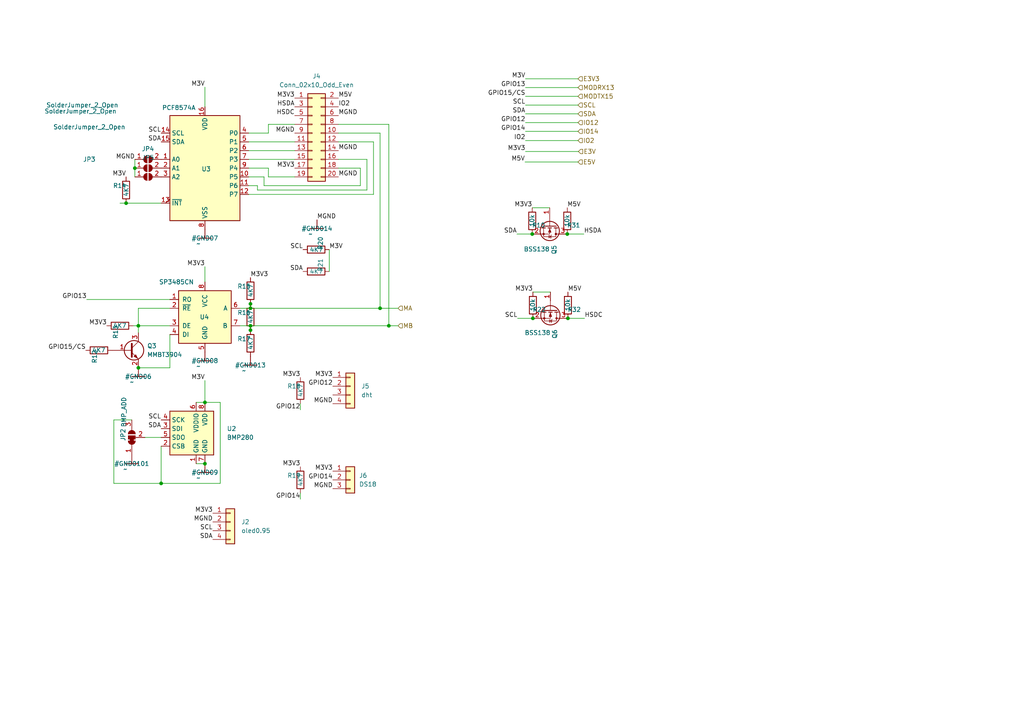
<source format=kicad_sch>
(kicad_sch (version 20211123) (generator eeschema)
  (paper "A4")
  (lib_symbols
    (symbol "CPU_ESPID12-eagle-import:GND" (power)
      (property "Value" "GND" (at -2.54 -2.54 0))
      (symbol "GND_1_0"
        (polyline (pts (xy -1.905 0) (xy 1.905 0)) (stroke (width 0.254)))
        (pin power_in line (at 0 2.54 270) (length 2.54) (name "GND") (number "1"))
      )
    )
    (symbol "Connector_Generic:Conn_01x03" (pin_names (offset 1.016) hide)
      (property "Reference" "J" (at 0 5.08 0))
      (property "Value" "Conn_01x03" (at 0 -5.08 0))
      (symbol "Conn_01x03_1_1"
        (rectangle (start -1.27 -2.413) (end 0 -2.667) (stroke (width 0.1524)))
        (rectangle (start -1.27 0.127) (end 0 -0.127) (stroke (width 0.1524)))
        (rectangle (start -1.27 2.667) (end 0 2.413) (stroke (width 0.1524)))
        (rectangle (start -1.27 3.81) (end 1.27 -3.81) (stroke (width 0.254)) (fill (type background)))
        (pin passive line (at -5.08 2.54 0) (length 3.81) (name "Pin_1") (number "1"))
        (pin passive line (at -5.08 0 0) (length 3.81) (name "Pin_2") (number "2"))
        (pin passive line (at -5.08 -2.54 0) (length 3.81) (name "Pin_3") (number "3"))
      )
    )
    (symbol "Connector_Generic:Conn_01x04" (pin_names (offset 1.016) hide)
      (property "Reference" "J" (at 0 5.08 0))
      (property "Value" "Conn_01x04" (at 0 -7.62 0))
      (symbol "Conn_01x04_1_1"
        (rectangle (start -1.27 -4.953) (end 0 -5.207) (stroke (width 0.1524)))
        (rectangle (start -1.27 -2.413) (end 0 -2.667) (stroke (width 0.1524)))
        (rectangle (start -1.27 0.127) (end 0 -0.127) (stroke (width 0.1524)))
        (rectangle (start -1.27 2.667) (end 0 2.413) (stroke (width 0.1524)))
        (rectangle (start -1.27 3.81) (end 1.27 -6.35) (stroke (width 0.254)) (fill (type background)))
        (pin passive line (at -5.08 2.54 0) (length 3.81) (name "Pin_1") (number "1"))
        (pin passive line (at -5.08 0 0) (length 3.81) (name "Pin_2") (number "2"))
        (pin passive line (at -5.08 -2.54 0) (length 3.81) (name "Pin_3") (number "3"))
        (pin passive line (at -5.08 -5.08 0) (length 3.81) (name "Pin_4") (number "4"))
      )
    )
    (symbol "Connector_Generic:Conn_02x10_Odd_Even" (pin_names (offset 1.016) hide)
      (property "Reference" "J" (at 1.27 12.7 0))
      (property "Value" "Conn_02x10_Odd_Even" (at 1.27 -15.24 0))
      (symbol "Conn_02x10_Odd_Even_1_1"
        (rectangle (start -1.27 -12.573) (end 0 -12.827) (stroke (width 0.1524)))
        (rectangle (start -1.27 -10.033) (end 0 -10.287) (stroke (width 0.1524)))
        (rectangle (start -1.27 -7.493) (end 0 -7.747) (stroke (width 0.1524)))
        (rectangle (start -1.27 -4.953) (end 0 -5.207) (stroke (width 0.1524)))
        (rectangle (start -1.27 -2.413) (end 0 -2.667) (stroke (width 0.1524)))
        (rectangle (start -1.27 0.127) (end 0 -0.127) (stroke (width 0.1524)))
        (rectangle (start -1.27 2.667) (end 0 2.413) (stroke (width 0.1524)))
        (rectangle (start -1.27 5.207) (end 0 4.953) (stroke (width 0.1524)))
        (rectangle (start -1.27 7.747) (end 0 7.493) (stroke (width 0.1524)))
        (rectangle (start -1.27 10.287) (end 0 10.033) (stroke (width 0.1524)))
        (rectangle (start -1.27 11.43) (end 3.81 -13.97) (stroke (width 0.254)) (fill (type background)))
        (rectangle (start 3.81 -12.573) (end 2.54 -12.827) (stroke (width 0.1524)))
        (rectangle (start 3.81 -10.033) (end 2.54 -10.287) (stroke (width 0.1524)))
        (rectangle (start 3.81 -7.493) (end 2.54 -7.747) (stroke (width 0.1524)))
        (rectangle (start 3.81 -4.953) (end 2.54 -5.207) (stroke (width 0.1524)))
        (rectangle (start 3.81 -2.413) (end 2.54 -2.667) (stroke (width 0.1524)))
        (rectangle (start 3.81 0.127) (end 2.54 -0.127) (stroke (width 0.1524)))
        (rectangle (start 3.81 2.667) (end 2.54 2.413) (stroke (width 0.1524)))
        (rectangle (start 3.81 5.207) (end 2.54 4.953) (stroke (width 0.1524)))
        (rectangle (start 3.81 7.747) (end 2.54 7.493) (stroke (width 0.1524)))
        (rectangle (start 3.81 10.287) (end 2.54 10.033) (stroke (width 0.1524)))
        (pin passive line (at -5.08 10.16 0) (length 3.81) (name "Pin_1") (number "1"))
        (pin passive line (at 7.62 0 180) (length 3.81) (name "Pin_10") (number "10"))
        (pin passive line (at -5.08 -2.54 0) (length 3.81) (name "Pin_11") (number "11"))
        (pin passive line (at 7.62 -2.54 180) (length 3.81) (name "Pin_12") (number "12"))
        (pin passive line (at -5.08 -5.08 0) (length 3.81) (name "Pin_13") (number "13"))
        (pin passive line (at 7.62 -5.08 180) (length 3.81) (name "Pin_14") (number "14"))
        (pin passive line (at -5.08 -7.62 0) (length 3.81) (name "Pin_15") (number "15"))
        (pin passive line (at 7.62 -7.62 180) (length 3.81) (name "Pin_16") (number "16"))
        (pin passive line (at -5.08 -10.16 0) (length 3.81) (name "Pin_17") (number "17"))
        (pin passive line (at 7.62 -10.16 180) (length 3.81) (name "Pin_18") (number "18"))
        (pin passive line (at -5.08 -12.7 0) (length 3.81) (name "Pin_19") (number "19"))
        (pin passive line (at 7.62 10.16 180) (length 3.81) (name "Pin_2") (number "2"))
        (pin passive line (at 7.62 -12.7 180) (length 3.81) (name "Pin_20") (number "20"))
        (pin passive line (at -5.08 7.62 0) (length 3.81) (name "Pin_3") (number "3"))
        (pin passive line (at 7.62 7.62 180) (length 3.81) (name "Pin_4") (number "4"))
        (pin passive line (at -5.08 5.08 0) (length 3.81) (name "Pin_5") (number "5"))
        (pin passive line (at 7.62 5.08 180) (length 3.81) (name "Pin_6") (number "6"))
        (pin passive line (at -5.08 2.54 0) (length 3.81) (name "Pin_7") (number "7"))
        (pin passive line (at 7.62 2.54 180) (length 3.81) (name "Pin_8") (number "8"))
        (pin passive line (at -5.08 0 0) (length 3.81) (name "Pin_9") (number "9"))
      )
    )
    (symbol "Device:R" (pin_numbers hide) (pin_names (offset 0))
      (property "Reference" "R" (at 2.032 0 90))
      (property "Value" "R" (at 0 0 90))
      (symbol "R_0_1"
        (rectangle (start -1.016 -2.54) (end 1.016 2.54) (stroke (width 0.254)))
      )
      (symbol "R_1_1"
        (pin passive line (at 0 3.81 270) (length 1.27) (name "~") (number "1"))
        (pin passive line (at 0 -3.81 90) (length 1.27) (name "~") (number "2"))
      )
    )
    (symbol "Interface_Expansion:PCF8574A"
      (property "Reference" "U" (at -8.89 16.51 0))
      (property "Value" "PCF8574A" (at 2.54 16.51 0))
      (symbol "PCF8574A_0_1"
        (rectangle (start -10.16 15.24) (end 10.16 -15.24) (stroke (width 0.254)) (fill (type background)))
      )
      (symbol "PCF8574A_1_1"
        (pin input line (at -12.7 2.54 0) (length 2.54) (name "A0") (number "1"))
        (pin bidirectional line (at 12.7 -2.54 180) (length 2.54) (name "P5") (number "10"))
        (pin bidirectional line (at 12.7 -5.08 180) (length 2.54) (name "P6") (number "11"))
        (pin bidirectional line (at 12.7 -7.62 180) (length 2.54) (name "P7") (number "12"))
        (pin open_collector output_low (at -12.7 -10.16 0) (length 2.54) (name "~{INT}") (number "13"))
        (pin input line (at -12.7 10.16 0) (length 2.54) (name "SCL") (number "14"))
        (pin bidirectional line (at -12.7 7.62 0) (length 2.54) (name "SDA") (number "15"))
        (pin power_in line (at 0 17.78 270) (length 2.54) (name "VDD") (number "16"))
        (pin input line (at -12.7 0 0) (length 2.54) (name "A1") (number "2"))
        (pin input line (at -12.7 -2.54 0) (length 2.54) (name "A2") (number "3"))
        (pin bidirectional line (at 12.7 10.16 180) (length 2.54) (name "P0") (number "4"))
        (pin bidirectional line (at 12.7 7.62 180) (length 2.54) (name "P1") (number "5"))
        (pin bidirectional line (at 12.7 5.08 180) (length 2.54) (name "P2") (number "6"))
        (pin bidirectional line (at 12.7 2.54 180) (length 2.54) (name "P3") (number "7"))
        (pin power_in line (at 0 -17.78 90) (length 2.54) (name "VSS") (number "8"))
        (pin bidirectional line (at 12.7 0 180) (length 2.54) (name "P4") (number "9"))
      )
    )
    (symbol "Interface_UART:SP3485CN" (pin_names (offset 1.016))
      (property "Reference" "U" (at -7.62 8.89 0))
      (property "Value" "SP3485CN" (at 2.54 8.89 0))
      (symbol "SP3485CN_0_1"
        (rectangle (start -7.62 7.62) (end 7.62 -7.62) (stroke (width 0.254)) (fill (type background)))
      )
      (symbol "SP3485CN_1_1"
        (pin output line (at -10.16 5.08 0) (length 2.54) (name "RO") (number "1"))
        (pin input line (at -10.16 2.54 0) (length 2.54) (name "~{RE}") (number "2"))
        (pin input line (at -10.16 -2.54 0) (length 2.54) (name "DE") (number "3"))
        (pin input line (at -10.16 -5.08 0) (length 2.54) (name "DI") (number "4"))
        (pin power_in line (at 0 -10.16 90) (length 2.54) (name "GND") (number "5"))
        (pin bidirectional line (at 10.16 2.54 180) (length 2.54) (name "A") (number "6"))
        (pin bidirectional line (at 10.16 -2.54 180) (length 2.54) (name "B") (number "7"))
        (pin power_in line (at 0 10.16 270) (length 2.54) (name "VCC") (number "8"))
      )
    )
    (symbol "Jumper:SolderJumper_2_Open" (pin_names (offset 0) hide)
      (property "Reference" "JP" (at 0 2.032 0))
      (property "Value" "SolderJumper_2_Open" (at 0 -2.54 0))
      (symbol "SolderJumper_2_Open_0_1"
        (arc (start -0.254 1.016) (mid -1.27 0) (end -0.254 -1.016))
        (arc (start -0.254 1.016) (mid -1.27 0) (end -0.254 -1.016) (fill (type outline)))
        (polyline (pts (xy -0.254 1.016) (xy -0.254 -1.016)))
        (polyline (pts (xy 0.254 1.016) (xy 0.254 -1.016)))
        (arc (start 0.254 -1.016) (mid 1.27 0) (end 0.254 1.016))
        (arc (start 0.254 -1.016) (mid 1.27 0) (end 0.254 1.016) (fill (type outline)))
      )
      (symbol "SolderJumper_2_Open_1_1"
        (pin passive line (at -3.81 0 0) (length 2.54) (name "A") (number "1"))
        (pin passive line (at 3.81 0 180) (length 2.54) (name "B") (number "2"))
      )
    )
    (symbol "Jumper:SolderJumper_3_Bridged12" (pin_names (offset 0) hide)
      (property "Reference" "JP" (at -2.54 -2.54 0))
      (property "Value" "SolderJumper_3_Bridged12" (at 0 2.794 0))
      (symbol "SolderJumper_3_Bridged12_0_1"
        (rectangle (start -1.016 0.508) (end -0.508 -0.508) (fill (type outline)))
        (arc (start -1.016 1.016) (mid -2.032 0) (end -1.016 -1.016))
        (arc (start -1.016 1.016) (mid -2.032 0) (end -1.016 -1.016) (fill (type outline)))
        (rectangle (start -0.508 1.016) (end 0.508 -1.016) (fill (type outline)))
        (polyline (pts (xy -2.54 0) (xy -2.032 0)))
        (polyline (pts (xy -1.016 1.016) (xy -1.016 -1.016)))
        (polyline (pts (xy 0 -1.27) (xy 0 -1.016)))
        (polyline (pts (xy 1.016 1.016) (xy 1.016 -1.016)))
        (polyline (pts (xy 2.54 0) (xy 2.032 0)))
        (arc (start 1.016 -1.016) (mid 2.032 0) (end 1.016 1.016))
        (arc (start 1.016 -1.016) (mid 2.032 0) (end 1.016 1.016) (fill (type outline)))
      )
      (symbol "SolderJumper_3_Bridged12_1_1"
        (pin passive line (at -5.08 0 0) (length 2.54) (name "A") (number "1"))
        (pin passive line (at 0 -3.81 90) (length 2.54) (name "C") (number "2"))
        (pin passive line (at 5.08 0 180) (length 2.54) (name "B") (number "3"))
      )
    )
    (symbol "Sensor_Pressure:BMP280"
      (property "Reference" "U" (at -7.62 10.16 0))
      (property "Value" "BMP280" (at 5.08 10.16 0))
      (symbol "BMP280_0_1"
        (rectangle (start -7.62 -5.08) (end 5.08 7.62) (stroke (width 0.254)) (fill (type background)))
      )
      (symbol "BMP280_1_1"
        (pin power_in line (at 0 -7.62 90) (length 2.54) (name "GND") (number "1"))
        (pin input line (at -10.16 -2.54 0) (length 2.54) (name "CSB") (number "2"))
        (pin bidirectional line (at -10.16 2.54 0) (length 2.54) (name "SDI") (number "3"))
        (pin input line (at -10.16 5.08 0) (length 2.54) (name "SCK") (number "4"))
        (pin bidirectional line (at -10.16 0 0) (length 2.54) (name "SDO") (number "5"))
        (pin power_in line (at 0 10.16 270) (length 2.54) (name "VDDIO") (number "6"))
        (pin power_in line (at 2.54 -7.62 90) (length 2.54) (name "GND") (number "7"))
        (pin power_in line (at 2.54 10.16 270) (length 2.54) (name "VDD") (number "8"))
      )
    )
    (symbol "Transistor_BJT:MMBT3904" (pin_names (offset 0) hide)
      (property "Reference" "Q" (at 5.08 1.905 0))
      (property "Value" "MMBT3904" (at 5.08 0 0))
      (symbol "MMBT3904_0_1"
        (polyline (pts (xy 0.635 0.635) (xy 2.54 2.54)))
        (polyline (pts (xy 0.635 -0.635) (xy 2.54 -2.54) (xy 2.54 -2.54)))
        (polyline (pts (xy 0.635 1.905) (xy 0.635 -1.905) (xy 0.635 -1.905)) (stroke (width 0.508)))
        (polyline (pts (xy 1.27 -1.778) (xy 1.778 -1.27) (xy 2.286 -2.286) (xy 1.27 -1.778) (xy 1.27 -1.778)) (fill (type outline)))
        (circle (center 1.27 0) (radius 2.8194) (stroke (width 0.254)))
      )
      (symbol "MMBT3904_1_1"
        (pin input line (at -5.08 0 0) (length 5.715) (name "B") (number "1"))
        (pin passive line (at 2.54 -5.08 90) (length 2.54) (name "E") (number "2"))
        (pin passive line (at 2.54 5.08 270) (length 2.54) (name "C") (number "3"))
      )
    )
    (symbol "Transistor_FET:BSS138" (pin_names hide)
      (property "Reference" "Q" (at 5.08 1.905 0))
      (property "Value" "BSS138" (at 5.08 0 0))
      (symbol "BSS138_0_1"
        (polyline (pts (xy 0.254 0) (xy -2.54 0)))
        (polyline (pts (xy 0.254 1.905) (xy 0.254 -1.905)) (stroke (width 0.254)))
        (polyline (pts (xy 0.762 -1.27) (xy 0.762 -2.286)) (stroke (width 0.254)))
        (polyline (pts (xy 0.762 0.508) (xy 0.762 -0.508)) (stroke (width 0.254)))
        (polyline (pts (xy 0.762 2.286) (xy 0.762 1.27)) (stroke (width 0.254)))
        (polyline (pts (xy 2.54 2.54) (xy 2.54 1.778)))
        (polyline (pts (xy 2.54 -2.54) (xy 2.54 0) (xy 0.762 0)))
        (polyline (pts (xy 0.762 -1.778) (xy 3.302 -1.778) (xy 3.302 1.778) (xy 0.762 1.778)))
        (polyline (pts (xy 1.016 0) (xy 2.032 0.381) (xy 2.032 -0.381) (xy 1.016 0)) (fill (type outline)))
        (polyline (pts (xy 2.794 0.508) (xy 2.921 0.381) (xy 3.683 0.381) (xy 3.81 0.254)))
        (polyline (pts (xy 3.302 0.381) (xy 2.921 -0.254) (xy 3.683 -0.254) (xy 3.302 0.381)))
        (circle (center 1.651 0) (radius 2.794) (stroke (width 0.254)))
        (circle (center 2.54 -1.778) (radius 0.254) (fill (type outline)))
        (circle (center 2.54 1.778) (radius 0.254) (fill (type outline)))
      )
      (symbol "BSS138_1_1"
        (pin input line (at -5.08 0 0) (length 2.54) (name "G") (number "1"))
        (pin passive line (at 2.54 -5.08 90) (length 2.54) (name "S") (number "2"))
        (pin passive line (at 2.54 5.08 270) (length 2.54) (name "D") (number "3"))
      )
    )
  )
  (junction (at 164.5285 67.8815))
  (junction (at 72.644 88.138))
  (junction (at 164.719 92.329))
  (junction (at 40.132 94.488))
  (junction (at 40.132 106.68))
  (junction (at 72.644 94.488))
  (junction (at 39.116 48.768))
  (junction (at 36.576 58.928))
  (junction (at 72.644 95.758))
  (junction (at 154.559 92.329))
  (junction (at 72.644 89.408))
  (junction (at 59.436 116.713))
  (junction (at 46.736 140.208))
  (junction (at 154.3685 67.8815))
  (junction (at 59.436 134.493))
  (junction (at 112.776 94.488))
  (junction (at 110.236 89.408))
  (wire (pts (xy 46.736 129.413) (xy 46.736 140.208)))
  (wire (pts (xy 112.776 36.068) (xy 98.171 36.068)))
  (wire (pts (xy 36.576 58.928) (xy 46.736 58.928)))
  (wire (pts (xy 154.559 92.329) (xy 150.114 92.329)))
  (wire (pts (xy 39.116 46.228) (xy 39.116 48.768)))
  (wire (pts (xy 98.171 38.608) (xy 110.236 38.608)))
  (wire (pts (xy 152.4 27.94) (xy 167.64 27.94)))
  (wire (pts (xy 59.436 116.713) (xy 56.896 116.713)))
  (wire (pts (xy 33.02 121.793) (xy 33.02 140.208)))
  (wire (pts (xy 72.136 46.228) (xy 85.471 46.228)))
  (wire (pts (xy 152.273 46.99) (xy 167.64 46.99)))
  (wire (pts (xy 85.471 36.068) (xy 77.851 36.068)))
  (wire (pts (xy 87.122 117.094) (xy 87.122 118.872)))
  (wire (pts (xy 112.776 94.488) (xy 115.443 94.488)))
  (wire (pts (xy 77.851 51.308) (xy 85.471 51.308)))
  (wire (pts (xy 40.132 106.68) (xy 49.276 106.68)))
  (wire (pts (xy 110.236 89.408) (xy 115.443 89.408)))
  (wire (pts (xy 159.639 84.709) (xy 154.559 84.709)))
  (wire (pts (xy 38.608 94.488) (xy 40.132 94.488)))
  (wire (pts (xy 76.581 53.848) (xy 76.581 51.308)))
  (wire (pts (xy 112.776 94.488) (xy 112.776 36.068)))
  (wire (pts (xy 152.4 38.1) (xy 167.64 38.1)))
  (wire (pts (xy 152.4 35.56) (xy 167.64 35.56)))
  (wire (pts (xy 72.136 43.688) (xy 85.471 43.688)))
  (wire (pts (xy 152.4 33.02) (xy 167.64 33.02)))
  (wire (pts (xy 59.436 77.343) (xy 59.436 81.788)))
  (wire (pts (xy 59.436 110.363) (xy 59.436 116.713)))
  (wire (pts (xy 77.851 36.068) (xy 77.851 38.608)))
  (wire (pts (xy 40.132 89.408) (xy 40.132 94.488)))
  (wire (pts (xy 106.426 55.118) (xy 106.426 46.228)))
  (wire (pts (xy 110.236 38.608) (xy 110.236 89.408)))
  (wire (pts (xy 72.136 41.148) (xy 85.471 41.148)))
  (wire (pts (xy 159.4485 60.2615) (xy 154.3685 60.2615)))
  (wire (pts (xy 63.881 140.208) (xy 63.881 116.713)))
  (wire (pts (xy 72.136 53.848) (xy 74.676 53.848)))
  (wire (pts (xy 169.3545 67.8815) (xy 164.5285 67.8815)))
  (wire (pts (xy 42.037 126.873) (xy 46.736 126.873)))
  (wire (pts (xy 69.596 94.488) (xy 72.644 94.488)))
  (wire (pts (xy 152.4 43.942) (xy 167.767 43.942)))
  (wire (pts (xy 98.171 41.148) (xy 108.331 41.148)))
  (wire (pts (xy 108.331 56.388) (xy 72.136 56.388)))
  (wire (pts (xy 104.521 48.768) (xy 104.521 53.848)))
  (wire (pts (xy 74.676 53.848) (xy 74.676 55.118)))
  (wire (pts (xy 25.146 86.868) (xy 49.276 86.868)))
  (wire (pts (xy 40.132 94.488) (xy 40.132 96.52)))
  (wire (pts (xy 77.851 48.768) (xy 77.851 51.308)))
  (wire (pts (xy 40.132 94.488) (xy 49.276 94.488)))
  (wire (pts (xy 49.276 89.408) (xy 40.132 89.408)))
  (wire (pts (xy 169.545 92.329) (xy 164.719 92.329)))
  (wire (pts (xy 63.881 116.713) (xy 59.436 116.713)))
  (wire (pts (xy 33.02 121.793) (xy 38.227 121.793)))
  (wire (pts (xy 72.644 94.488) (xy 72.644 95.758)))
  (wire (pts (xy 95.504 72.39) (xy 95.504 78.74)))
  (wire (pts (xy 72.644 88.138) (xy 72.644 89.408)))
  (wire (pts (xy 39.116 48.768) (xy 39.116 51.308)))
  (wire (pts (xy 72.644 94.488) (xy 112.776 94.488)))
  (wire (pts (xy 59.436 25.273) (xy 59.436 30.988)))
  (wire (pts (xy 108.331 41.148) (xy 108.331 56.388)))
  (wire (pts (xy 69.596 89.408) (xy 72.644 89.408)))
  (wire (pts (xy 72.644 89.408) (xy 110.236 89.408)))
  (wire (pts (xy 98.171 48.768) (xy 104.521 48.768)))
  (wire (pts (xy 72.136 48.768) (xy 77.851 48.768)))
  (wire (pts (xy 104.521 53.848) (xy 76.581 53.848)))
  (wire (pts (xy 154.3685 67.8815) (xy 149.9235 67.8815)))
  (wire (pts (xy 74.676 55.118) (xy 106.426 55.118)))
  (wire (pts (xy 87.122 143.002) (xy 87.122 144.78)))
  (wire (pts (xy 152.4 30.48) (xy 167.64 30.48)))
  (wire (pts (xy 152.4 25.4) (xy 167.64 25.4)))
  (wire (pts (xy 34.798 58.928) (xy 36.576 58.928)))
  (wire (pts (xy 152.4 22.86) (xy 167.64 22.86)))
  (wire (pts (xy 56.896 134.493) (xy 59.436 134.493)))
  (wire (pts (xy 46.736 140.208) (xy 63.881 140.208)))
  (wire (pts (xy 33.02 140.208) (xy 46.736 140.208)))
  (wire (pts (xy 72.136 51.308) (xy 76.581 51.308)))
  (wire (pts (xy 49.276 97.028) (xy 49.276 106.68)))
  (wire (pts (xy 152.4 40.767) (xy 167.64 40.767)))
  (wire (pts (xy 72.136 38.608) (xy 77.851 38.608)))
  (wire (pts (xy 106.426 46.228) (xy 98.171 46.228)))
  (label "GPIO13" (at 25.146 86.868 180))
  (label "MGND" (at 96.52 117.094 180))
  (label "M3V3" (at 96.52 136.652 180))
  (label "M3V3" (at 87.122 109.474 180))
  (label "MGND" (at 61.722 151.384 180))
  (label "SDA" (at 152.4 33.02 180))
  (label "SDA" (at 87.884 78.74 180))
  (label "MGND" (at 98.171 43.688 0))
  (label "IO2" (at 152.4 40.767 180))
  (label "GPIO15{slash}CS" (at 152.4 27.94 180))
  (label "SDA" (at 61.722 156.464 180))
  (label "M3V3" (at 154.559 84.709 180))
  (label "SCL" (at 46.736 38.608 180))
  (label "M3V3" (at 87.122 135.382 180))
  (label "SCL" (at 152.4 30.48 180))
  (label "M3V" (at 59.436 110.363 180))
  (label "SCL" (at 61.722 153.924 180))
  (label "M3V" (at 59.436 25.273 180))
  (label "M3V3" (at 152.4 43.942 180))
  (label "M5V" (at 152.273 46.99 180))
  (label "MGND" (at 91.948 63.754 0))
  (label "MGND" (at 98.171 33.528 0))
  (label "GPIO14" (at 152.4 38.1 180))
  (label "MGND" (at 98.171 51.308 0))
  (label "SDA" (at 149.9235 67.8815 180))
  (label "HSDA" (at 169.3545 67.8815 0))
  (label "MGND" (at 39.116 46.3947 180))
  (label "MGND" (at 96.52 141.732 180))
  (label "SDA" (at 46.736 124.333 180))
  (label "GPIO14" (at 96.52 139.192 180))
  (label "SCL" (at 46.736 121.793 180))
  (label "M3V3" (at 154.3685 60.2615 180))
  (label "IO2" (at 98.171 30.988 0))
  (label "GPIO12" (at 87.122 118.872 180))
  (label "SCL" (at 150.114 92.329 180))
  (label "M3V" (at 152.4 22.86 180))
  (label "M3V" (at 95.504 72.39 0))
  (label "M3V3" (at 30.988 94.488 180))
  (label "M3V" (at 36.576 51.308 180))
  (label "M3V3" (at 96.52 109.474 180))
  (label "M3V3" (at 61.722 148.844 180))
  (label "GPIO13" (at 152.4 25.4 180))
  (label "M3V3" (at 59.436 77.343 180))
  (label "M5V" (at 98.171 28.448 0))
  (label "GPIO12" (at 152.4 35.56 180))
  (label "GPIO15{slash}CS" (at 24.892 101.6 180))
  (label "HSDC" (at 85.471 33.528 180))
  (label "SCL" (at 87.884 72.39 180))
  (label "M3V3" (at 85.471 28.448 180))
  (label "SDA" (at 46.736 41.148 180))
  (label "HSDA" (at 85.471 30.988 180))
  (label "M5V" (at 164.719 84.709 0))
  (label "HSDC" (at 169.545 92.329 0))
  (label "GPIO14" (at 87.122 144.78 180))
  (label "M3V3" (at 72.644 80.518 0))
  (label "M5V" (at 164.5285 60.2615 0))
  (label "MGND" (at 85.471 38.608 180))
  (label "GPIO12" (at 96.52 112.014 180))
  (label "M3V3" (at 85.471 48.768 180))
  (hierarchical_label "SDA" (shape input) (at 167.64 33.02 0))
  (hierarchical_label "E3V" (shape input) (at 167.767 43.942 0))
  (hierarchical_label "E3V3" (shape input) (at 167.64 22.86 0))
  (hierarchical_label "IO12" (shape input) (at 167.64 35.56 0))
  (hierarchical_label "MODRX13" (shape input) (at 167.64 25.4 0))
  (hierarchical_label "IO14" (shape input) (at 167.64 38.1 0))
  (hierarchical_label "MA" (shape input) (at 115.443 89.408 0))
  (hierarchical_label "SCL" (shape input) (at 167.64 30.48 0))
  (hierarchical_label "MB" (shape input) (at 115.443 94.488 0))
  (hierarchical_label "E5V" (shape input) (at 167.64 46.99 0))
  (hierarchical_label "MODTX15" (shape input) (at 167.64 27.94 0))
  (hierarchical_label "IO2" (shape input) (at 167.64 40.767 0))
  (symbol (lib_id "Jumper:SolderJumper_2_Open") (at 42.926 48.768 0) (unit 1)
    (property "Reference" "JP4" (at 42.926 43.18 0))
    (property "Value" "SolderJumper_2_Open" (at 23.368 32.258 0))
    (property "Footprint" "Jumper:SolderJumper-2_P1.3mm_Open_RoundedPad1.0x1.5mm" (effects hide))
  )
  (symbol (lib_id "Transistor_FET:BSS138") (at 159.639 89.789 270) (unit 1)
    (property "Reference" "Q6" (at 160.9091 95.504 0) (effects (justify left)))
    (property "Value" "BSS138" (at 152.146 96.52 90) (effects (justify left)))
    (property "Footprint" "Package_TO_SOT_SMD:SOT-23" (effects hide))
    (property "Datasheet" "https://www.onsemi.com/pub/Collateral/BSS138-D.PDF" (effects hide))
  )
  (symbol (lib_id "Transistor_BJT:MMBT3904") (at 37.592 101.6 0) (unit 1)
    (property "Reference" "Q3" (at 42.672 100.3299 0) (effects (justify left)))
    (property "Value" "MMBT3904" (at 42.672 102.8699 0) (effects (justify left)))
    (property "Footprint" "Package_TO_SOT_SMD:SOT-23" (effects hide))
    (property "Datasheet" "https://www.onsemi.com/pub/Collateral/2N3903-D.PDF" (effects hide))
  )
  (symbol (lib_id "Device:R") (at 91.694 78.74 270) (unit 1)
    (property "Reference" "R21" (at 92.964 74.93 0) (effects (justify left)))
    (property "Value" "4K7" (at 89.789 78.7823 90) (effects (justify left)))
    (property "Footprint" "Resistor_SMD:R_0805_2012Metric" (effects hide))
  )
  (symbol (lib_id "Jumper:SolderJumper_3_Bridged12") (at 38.227 126.873 90) (unit 1)
    (property "Reference" "JP2" (at 35.687 126.111 0))
    (property "Value" "BMP_ADD" (at 35.941 119.507 0))
    (property "Footprint" "Jumper:SolderJumper-3_P1.3mm_Bridged12_RoundedPad1.0x1.5mm" (effects hide))
  )
  (symbol (lib_id "Connector_Generic:Conn_01x04") (at 66.802 151.384 0) (unit 1)
    (property "Reference" "J2" (at 69.977 151.3839 0) (effects (justify left)))
    (property "Value" "oled0.95" (at 69.977 153.9239 0) (effects (justify left)))
    (property "Footprint" "Connector_PinHeader_2.54mm:PinHeader_1x04_P2.54mm_Vertical" (effects hide))
  )
  (symbol (lib_id "Device:R") (at 87.122 139.192 0) (unit 1)
    (property "Reference" "R19" (at 83.312 137.922 0) (effects (justify left)))
    (property "Value" "4K7" (at 87.1643 141.097 90) (effects (justify left)))
    (property "Footprint" "Resistor_SMD:R_0805_2012Metric" (effects hide))
  )
  (symbol (lib_id "CPU_ESPID12-eagle-import:GND") (at 38.227 134.493 0) (unit 1)
    (property "Reference" "#GND0101" (at 38.227 134.493 0))
    (property "Value" "~" (at 35.687 137.033 0) (effects (font (size 1.778 1.5113)) (justify left bottom)))
  )
  (symbol (lib_id "Sensor_Pressure:BMP280") (at 56.896 126.873 0) (unit 1)
    (property "Reference" "U2" (at 65.786 124.333 0) (effects (justify left)))
    (property "Value" "BMP280" (at 65.786 126.873 0) (effects (justify left)))
    (property "Footprint" "Package_LGA:Bosch_LGA-8_2x2.5mm_P0.65mm_ClockwisePinNumbering" (effects hide))
    (property "Datasheet" "https://ae-bst.resource.bosch.com/media/_tech/media/datasheets/BST-BMP280-DS001.pdf" (effects hide))
  )
  (symbol (lib_id "CPU_ESPID12-eagle-import:GND") (at 91.948 66.294 0) (unit 1)
    (property "Reference" "#GND014" (at 91.948 66.294 0))
    (property "Value" "~" (at 89.408 68.834 0) (effects (font (size 1.778 1.5113)) (justify left bottom)))
  )
  (symbol (lib_id "Interface_UART:SP3485CN") (at 59.436 91.948 0) (unit 1)
    (property "Reference" "U4" (at 57.912 91.948 0) (effects (justify left)))
    (property "Value" "SP3485CN" (at 46.101 81.788 0) (effects (justify left)))
    (property "Footprint" "Package_SO:SOIC-8_3.9x4.9mm_P1.27mm" (effects hide))
    (property "Datasheet" "http://www.icbase.com/pdf/SPX/SPX00480106.pdf" (effects hide))
  )
  (symbol (lib_id "Device:R") (at 36.576 55.118 0) (unit 1)
    (property "Reference" "R14" (at 32.766 53.848 0) (effects (justify left)))
    (property "Value" "4K7" (at 36.6183 57.023 90) (effects (justify left)))
    (property "Footprint" "Resistor_SMD:R_0805_2012Metric" (effects hide))
  )
  (symbol (lib_id "Device:R") (at 72.644 99.568 0) (unit 1)
    (property "Reference" "R17" (at 68.834 98.298 0) (effects (justify left)))
    (property "Value" "4K7" (at 72.6863 101.473 90) (effects (justify left)))
    (property "Footprint" "Resistor_SMD:R_0805_2012Metric" (effects hide))
  )
  (symbol (lib_id "CPU_ESPID12-eagle-import:GND") (at 59.436 69.088 0) (unit 1)
    (property "Reference" "#GND07" (at 59.436 69.088 0))
    (property "Value" "~" (at 56.896 71.628 0) (effects (font (size 1.778 1.5113)) (justify left bottom)))
  )
  (symbol (lib_id "CPU_ESPID12-eagle-import:GND") (at 40.132 109.22 0) (unit 1)
    (property "Reference" "#GND06" (at 40.132 109.22 0))
    (property "Value" "~" (at 37.592 111.76 0) (effects (font (size 1.778 1.5113)) (justify left bottom)))
  )
  (symbol (lib_id "Transistor_FET:BSS138") (at 159.4485 65.3415 270) (unit 1)
    (property "Reference" "Q5" (at 160.7186 71.0565 0) (effects (justify left)))
    (property "Value" "BSS138" (at 151.892 72.263 90) (effects (justify left)))
    (property "Footprint" "Package_TO_SOT_SMD:SOT-23" (effects hide))
    (property "Datasheet" "https://www.onsemi.com/pub/Collateral/BSS138-D.PDF" (effects hide))
  )
  (symbol (lib_id "CPU_ESPID12-eagle-import:GND") (at 59.436 137.033 0) (unit 1)
    (property "Reference" "#GND09" (at 59.436 137.033 0))
    (property "Value" "~" (at 56.896 139.573 0) (effects (font (size 1.778 1.5113)) (justify left bottom)))
  )
  (symbol (lib_id "Connector_Generic:Conn_02x10_Odd_Even") (at 90.551 38.608 0) (unit 1)
    (property "Reference" "J4" (at 91.821 22.098 0))
    (property "Value" "Conn_02x10_Odd_Even" (at 91.821 24.638 0))
    (property "Footprint" "Connector_IDC:IDC-Header_2x10_P2.54mm_Vertical" (effects hide))
  )
  (symbol (lib_id "Device:R") (at 164.5285 64.0715 180) (unit 1)
    (property "Reference" "R31" (at 168.3385 65.3415 0) (effects (justify left)))
    (property "Value" "10k" (at 164.4862 62.1665 90) (effects (justify left)))
    (property "Footprint" "Resistor_SMD:R_0805_2012Metric" (effects hide))
  )
  (symbol (lib_id "Device:R") (at 154.559 88.519 180) (unit 1)
    (property "Reference" "R22" (at 158.369 89.789 0) (effects (justify left)))
    (property "Value" "10k" (at 154.5167 86.614 90) (effects (justify left)))
    (property "Footprint" "Resistor_SMD:R_0805_2012Metric" (effects hide))
  )
  (symbol (lib_id "Device:R") (at 87.122 113.284 0) (unit 1)
    (property "Reference" "R18" (at 83.312 112.014 0) (effects (justify left)))
    (property "Value" "4K7" (at 87.1643 115.189 90) (effects (justify left)))
    (property "Footprint" "Resistor_SMD:R_0805_2012Metric" (effects hide))
  )
  (symbol (lib_id "Interface_Expansion:PCF8574A") (at 59.436 48.768 0) (unit 1)
    (property "Reference" "U3" (at 58.42 49.022 0) (effects (justify left)))
    (property "Value" "PCF8574A" (at 46.99 31.242 0) (effects (justify left)))
    (property "Footprint" "Package_SO:SOIC-16W_7.5x10.3mm_P1.27mm" (effects hide))
    (property "Datasheet" "http://www.nxp.com/documents/data_sheet/PCF8574_PCF8574A.pdf" (effects hide))
  )
  (symbol (lib_id "Connector_Generic:Conn_01x03") (at 101.6 139.192 0) (unit 1)
    (property "Reference" "J6" (at 104.14 137.9219 0) (effects (justify left)))
    (property "Value" "DS18" (at 104.14 140.4619 0) (effects (justify left)))
    (property "Footprint" "Connector_PinHeader_2.54mm:PinHeader_1x03_P2.54mm_Vertical" (effects hide))
  )
  (symbol (lib_id "Device:R") (at 72.644 91.948 0) (unit 1)
    (property "Reference" "R16" (at 68.834 90.678 0) (effects (justify left)))
    (property "Value" "4K7" (at 72.6863 93.853 90) (effects (justify left)))
    (property "Footprint" "Resistor_SMD:R_0805_2012Metric" (effects hide))
  )
  (symbol (lib_id "CPU_ESPID12-eagle-import:GND") (at 72.644 105.918 0) (unit 1)
    (property "Reference" "#GND013" (at 72.644 105.918 0))
    (property "Value" "~" (at 70.104 108.458 0) (effects (font (size 1.778 1.5113)) (justify left bottom)))
  )
  (symbol (lib_id "Device:R") (at 34.798 94.488 90) (unit 1)
    (property "Reference" "R13" (at 33.528 98.298 0) (effects (justify left)))
    (property "Value" "4K7" (at 36.703 94.4457 90) (effects (justify left)))
    (property "Footprint" "Resistor_SMD:R_0805_2012Metric" (effects hide))
  )
  (symbol (lib_id "CPU_ESPID12-eagle-import:GND") (at 59.436 104.648 0) (unit 1)
    (property "Reference" "#GND08" (at 59.436 104.648 0))
    (property "Value" "~" (at 56.896 107.188 0) (effects (font (size 1.778 1.5113)) (justify left bottom)))
  )
  (symbol (lib_id "Device:R") (at 72.644 84.328 0) (unit 1)
    (property "Reference" "R15" (at 68.834 83.058 0) (effects (justify left)))
    (property "Value" "4K7" (at 72.6863 86.233 90) (effects (justify left)))
    (property "Footprint" "Resistor_SMD:R_0805_2012Metric" (effects hide))
  )
  (symbol (lib_id "Jumper:SolderJumper_2_Open") (at 42.926 46.228 0) (unit 1)
    (property "Reference" "JP3" (at 25.908 46.228 0))
    (property "Value" "SolderJumper_2_Open" (at 25.908 36.83 0))
    (property "Footprint" "Jumper:SolderJumper-2_P1.3mm_Open_RoundedPad1.0x1.5mm" (effects hide))
  )
  (symbol (lib_id "Connector_Generic:Conn_01x04") (at 101.6 112.014 0) (unit 1)
    (property "Reference" "J5" (at 104.775 112.0139 0) (effects (justify left)))
    (property "Value" "dht" (at 104.775 114.5539 0) (effects (justify left)))
    (property "Footprint" "Connector_PinHeader_2.54mm:PinHeader_1x04_P2.54mm_Vertical" (effects hide))
  )
  (symbol (lib_id "Device:R") (at 28.702 101.6 90) (unit 1)
    (property "Reference" "R12" (at 27.432 105.41 0) (effects (justify left)))
    (property "Value" "4K7" (at 30.607 101.5577 90) (effects (justify left)))
    (property "Footprint" "Resistor_SMD:R_0805_2012Metric" (effects hide))
  )
  (symbol (lib_id "Device:R") (at 154.3685 64.0715 180) (unit 1)
    (property "Reference" "R10" (at 158.1785 65.3415 0) (effects (justify left)))
    (property "Value" "10k" (at 154.3262 62.1665 90) (effects (justify left)))
    (property "Footprint" "Resistor_SMD:R_0805_2012Metric" (effects hide))
  )
  (symbol (lib_id "Device:R") (at 164.719 88.519 180) (unit 1)
    (property "Reference" "R32" (at 168.529 89.789 0) (effects (justify left)))
    (property "Value" "10k" (at 164.6767 86.614 90) (effects (justify left)))
    (property "Footprint" "Resistor_SMD:R_0805_2012Metric" (effects hide))
  )
  (symbol (lib_id "Jumper:SolderJumper_2_Open") (at 42.926 51.308 0) (unit 1)
    (property "Reference" "JP5" (at 42.926 45.72 0))
    (property "Value" "SolderJumper_2_Open" (at 23.876 30.48 0))
    (property "Footprint" "Jumper:SolderJumper-2_P1.3mm_Open_RoundedPad1.0x1.5mm" (effects hide))
  )
  (symbol (lib_id "Device:R") (at 91.694 72.39 270) (unit 1)
    (property "Reference" "R20" (at 92.964 68.58 0) (effects (justify left)))
    (property "Value" "4K7" (at 89.789 72.4323 90) (effects (justify left)))
    (property "Footprint" "Resistor_SMD:R_0805_2012Metric" (effects hide))
  )
)
</source>
